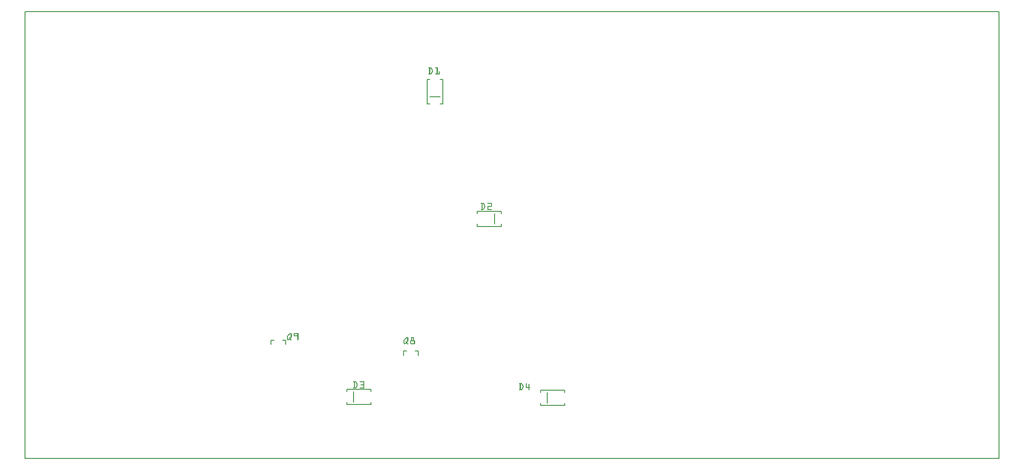
<source format=gbo>
G04 MADE WITH FRITZING*
G04 WWW.FRITZING.ORG*
G04 DOUBLE SIDED*
G04 HOLES PLATED*
G04 CONTOUR ON CENTER OF CONTOUR VECTOR*
%ASAXBY*%
%FSLAX23Y23*%
%MOIN*%
%OFA0B0*%
%SFA1.0B1.0*%
%ADD10R,7.283470X3.346460X7.267470X3.330460*%
%ADD11C,0.008000*%
%ADD12R,0.001000X0.001000*%
%LNSILK0*%
G90*
G70*
G54D11*
X4Y3342D02*
X7279Y3342D01*
X7279Y4D01*
X4Y4D01*
X4Y3342D01*
D02*
X4034Y495D02*
X4034Y512D01*
D02*
X4034Y512D02*
X3853Y512D01*
D02*
X3853Y512D02*
X3853Y495D01*
D02*
X3853Y416D02*
X3853Y398D01*
D02*
X3853Y398D02*
X4034Y398D01*
D02*
X4034Y398D02*
X4034Y416D01*
D02*
X3905Y495D02*
X3905Y416D01*
D02*
X3027Y2835D02*
X3009Y2835D01*
D02*
X3009Y2835D02*
X3009Y2654D01*
D02*
X3009Y2654D02*
X3027Y2654D01*
D02*
X3105Y2654D02*
X3123Y2654D01*
D02*
X3123Y2654D02*
X3123Y2835D01*
D02*
X3123Y2835D02*
X3105Y2835D01*
D02*
X3027Y2705D02*
X3105Y2705D01*
D02*
X3381Y1755D02*
X3381Y1737D01*
D02*
X3381Y1737D02*
X3562Y1737D01*
D02*
X3562Y1737D02*
X3562Y1755D01*
D02*
X3562Y1833D02*
X3562Y1851D01*
D02*
X3562Y1851D02*
X3381Y1851D01*
D02*
X3381Y1851D02*
X3381Y1833D01*
D02*
X3511Y1755D02*
X3511Y1833D01*
D02*
X2588Y503D02*
X2588Y520D01*
D02*
X2588Y520D02*
X2407Y520D01*
D02*
X2407Y520D02*
X2407Y503D01*
D02*
X2407Y424D02*
X2407Y406D01*
D02*
X2407Y406D02*
X2588Y406D01*
D02*
X2588Y406D02*
X2588Y424D01*
D02*
X2458Y503D02*
X2458Y424D01*
D02*
X2917Y805D02*
X2941Y805D01*
D02*
X2941Y805D02*
X2941Y773D01*
D02*
X2854Y805D02*
X2830Y805D01*
D02*
X2830Y805D02*
X2830Y773D01*
D02*
X1928Y887D02*
X1952Y887D01*
D02*
X1952Y887D02*
X1952Y855D01*
D02*
X1865Y887D02*
X1842Y887D01*
D02*
X1842Y887D02*
X1842Y855D01*
G54D12*
X3019Y2926D02*
X3035Y2926D01*
X3069Y2926D02*
X3086Y2926D01*
X3017Y2925D02*
X3037Y2925D01*
X3067Y2925D02*
X3086Y2925D01*
X3017Y2924D02*
X3038Y2924D01*
X3067Y2924D02*
X3086Y2924D01*
X3017Y2923D02*
X3040Y2923D01*
X3067Y2923D02*
X3086Y2923D01*
X3017Y2922D02*
X3040Y2922D01*
X3067Y2922D02*
X3086Y2922D01*
X3017Y2921D02*
X3041Y2921D01*
X3067Y2921D02*
X3086Y2921D01*
X3018Y2920D02*
X3042Y2920D01*
X3068Y2920D02*
X3086Y2920D01*
X3023Y2919D02*
X3030Y2919D01*
X3035Y2919D02*
X3042Y2919D01*
X3080Y2919D02*
X3086Y2919D01*
X3023Y2918D02*
X3030Y2918D01*
X3036Y2918D02*
X3043Y2918D01*
X3080Y2918D02*
X3086Y2918D01*
X3023Y2917D02*
X3030Y2917D01*
X3036Y2917D02*
X3043Y2917D01*
X3080Y2917D02*
X3086Y2917D01*
X3023Y2916D02*
X3030Y2916D01*
X3037Y2916D02*
X3044Y2916D01*
X3080Y2916D02*
X3086Y2916D01*
X3023Y2915D02*
X3030Y2915D01*
X3037Y2915D02*
X3044Y2915D01*
X3080Y2915D02*
X3086Y2915D01*
X3023Y2914D02*
X3030Y2914D01*
X3038Y2914D02*
X3045Y2914D01*
X3080Y2914D02*
X3086Y2914D01*
X3023Y2913D02*
X3030Y2913D01*
X3038Y2913D02*
X3045Y2913D01*
X3080Y2913D02*
X3086Y2913D01*
X3023Y2912D02*
X3030Y2912D01*
X3039Y2912D02*
X3046Y2912D01*
X3080Y2912D02*
X3086Y2912D01*
X3023Y2911D02*
X3030Y2911D01*
X3039Y2911D02*
X3046Y2911D01*
X3080Y2911D02*
X3086Y2911D01*
X3023Y2910D02*
X3030Y2910D01*
X3040Y2910D02*
X3047Y2910D01*
X3080Y2910D02*
X3086Y2910D01*
X3023Y2909D02*
X3030Y2909D01*
X3040Y2909D02*
X3047Y2909D01*
X3080Y2909D02*
X3086Y2909D01*
X3023Y2908D02*
X3030Y2908D01*
X3041Y2908D02*
X3048Y2908D01*
X3080Y2908D02*
X3086Y2908D01*
X3023Y2907D02*
X3030Y2907D01*
X3041Y2907D02*
X3048Y2907D01*
X3080Y2907D02*
X3086Y2907D01*
X3023Y2906D02*
X3030Y2906D01*
X3042Y2906D02*
X3049Y2906D01*
X3080Y2906D02*
X3086Y2906D01*
X3023Y2905D02*
X3030Y2905D01*
X3042Y2905D02*
X3049Y2905D01*
X3080Y2905D02*
X3086Y2905D01*
X3023Y2904D02*
X3030Y2904D01*
X3043Y2904D02*
X3049Y2904D01*
X3080Y2904D02*
X3086Y2904D01*
X3023Y2903D02*
X3030Y2903D01*
X3043Y2903D02*
X3050Y2903D01*
X3080Y2903D02*
X3086Y2903D01*
X3023Y2902D02*
X3030Y2902D01*
X3044Y2902D02*
X3050Y2902D01*
X3080Y2902D02*
X3086Y2902D01*
X3023Y2901D02*
X3030Y2901D01*
X3044Y2901D02*
X3050Y2901D01*
X3080Y2901D02*
X3086Y2901D01*
X3023Y2900D02*
X3030Y2900D01*
X3044Y2900D02*
X3050Y2900D01*
X3080Y2900D02*
X3086Y2900D01*
X3023Y2899D02*
X3030Y2899D01*
X3044Y2899D02*
X3050Y2899D01*
X3080Y2899D02*
X3086Y2899D01*
X3023Y2898D02*
X3030Y2898D01*
X3044Y2898D02*
X3050Y2898D01*
X3080Y2898D02*
X3086Y2898D01*
X3023Y2897D02*
X3030Y2897D01*
X3044Y2897D02*
X3050Y2897D01*
X3080Y2897D02*
X3086Y2897D01*
X3023Y2896D02*
X3030Y2896D01*
X3043Y2896D02*
X3050Y2896D01*
X3080Y2896D02*
X3086Y2896D01*
X3095Y2896D02*
X3099Y2896D01*
X3023Y2895D02*
X3030Y2895D01*
X3043Y2895D02*
X3050Y2895D01*
X3080Y2895D02*
X3086Y2895D01*
X3095Y2895D02*
X3100Y2895D01*
X3023Y2894D02*
X3030Y2894D01*
X3043Y2894D02*
X3049Y2894D01*
X3080Y2894D02*
X3086Y2894D01*
X3094Y2894D02*
X3100Y2894D01*
X3023Y2893D02*
X3030Y2893D01*
X3042Y2893D02*
X3049Y2893D01*
X3080Y2893D02*
X3086Y2893D01*
X3094Y2893D02*
X3100Y2893D01*
X3023Y2892D02*
X3030Y2892D01*
X3042Y2892D02*
X3048Y2892D01*
X3080Y2892D02*
X3086Y2892D01*
X3094Y2892D02*
X3100Y2892D01*
X3023Y2891D02*
X3030Y2891D01*
X3041Y2891D02*
X3048Y2891D01*
X3080Y2891D02*
X3086Y2891D01*
X3094Y2891D02*
X3100Y2891D01*
X3023Y2890D02*
X3030Y2890D01*
X3041Y2890D02*
X3047Y2890D01*
X3080Y2890D02*
X3086Y2890D01*
X3094Y2890D02*
X3100Y2890D01*
X3023Y2889D02*
X3030Y2889D01*
X3040Y2889D02*
X3047Y2889D01*
X3080Y2889D02*
X3086Y2889D01*
X3094Y2889D02*
X3100Y2889D01*
X3023Y2888D02*
X3030Y2888D01*
X3040Y2888D02*
X3046Y2888D01*
X3080Y2888D02*
X3086Y2888D01*
X3094Y2888D02*
X3100Y2888D01*
X3023Y2887D02*
X3030Y2887D01*
X3039Y2887D02*
X3046Y2887D01*
X3080Y2887D02*
X3086Y2887D01*
X3094Y2887D02*
X3100Y2887D01*
X3023Y2886D02*
X3030Y2886D01*
X3039Y2886D02*
X3045Y2886D01*
X3080Y2886D02*
X3086Y2886D01*
X3094Y2886D02*
X3100Y2886D01*
X3023Y2885D02*
X3030Y2885D01*
X3038Y2885D02*
X3045Y2885D01*
X3080Y2885D02*
X3086Y2885D01*
X3094Y2885D02*
X3100Y2885D01*
X3023Y2884D02*
X3030Y2884D01*
X3037Y2884D02*
X3044Y2884D01*
X3080Y2884D02*
X3086Y2884D01*
X3094Y2884D02*
X3100Y2884D01*
X3023Y2883D02*
X3030Y2883D01*
X3037Y2883D02*
X3044Y2883D01*
X3080Y2883D02*
X3086Y2883D01*
X3094Y2883D02*
X3100Y2883D01*
X3023Y2882D02*
X3030Y2882D01*
X3036Y2882D02*
X3043Y2882D01*
X3080Y2882D02*
X3086Y2882D01*
X3094Y2882D02*
X3100Y2882D01*
X3023Y2881D02*
X3030Y2881D01*
X3036Y2881D02*
X3043Y2881D01*
X3080Y2881D02*
X3086Y2881D01*
X3094Y2881D02*
X3100Y2881D01*
X3023Y2880D02*
X3030Y2880D01*
X3035Y2880D02*
X3042Y2880D01*
X3080Y2880D02*
X3086Y2880D01*
X3094Y2880D02*
X3100Y2880D01*
X3019Y2879D02*
X3042Y2879D01*
X3069Y2879D02*
X3100Y2879D01*
X3018Y2878D02*
X3041Y2878D01*
X3068Y2878D02*
X3100Y2878D01*
X3017Y2877D02*
X3041Y2877D01*
X3067Y2877D02*
X3100Y2877D01*
X3017Y2876D02*
X3040Y2876D01*
X3067Y2876D02*
X3100Y2876D01*
X3017Y2875D02*
X3039Y2875D01*
X3067Y2875D02*
X3100Y2875D01*
X3017Y2874D02*
X3038Y2874D01*
X3067Y2874D02*
X3100Y2874D01*
X3018Y2873D02*
X3036Y2873D01*
X3068Y2873D02*
X3099Y2873D01*
X3411Y1914D02*
X3425Y1914D01*
X3461Y1914D02*
X3485Y1914D01*
X3409Y1913D02*
X3428Y1913D01*
X3459Y1913D02*
X3488Y1913D01*
X3408Y1912D02*
X3429Y1912D01*
X3458Y1912D02*
X3489Y1912D01*
X3408Y1911D02*
X3431Y1911D01*
X3458Y1911D02*
X3490Y1911D01*
X3408Y1910D02*
X3432Y1910D01*
X3458Y1910D02*
X3491Y1910D01*
X3408Y1909D02*
X3432Y1909D01*
X3458Y1909D02*
X3491Y1909D01*
X3409Y1908D02*
X3433Y1908D01*
X3459Y1908D02*
X3491Y1908D01*
X3414Y1907D02*
X3421Y1907D01*
X3425Y1907D02*
X3433Y1907D01*
X3485Y1907D02*
X3492Y1907D01*
X3415Y1906D02*
X3421Y1906D01*
X3427Y1906D02*
X3434Y1906D01*
X3486Y1906D02*
X3492Y1906D01*
X3415Y1905D02*
X3421Y1905D01*
X3427Y1905D02*
X3434Y1905D01*
X3486Y1905D02*
X3492Y1905D01*
X3415Y1904D02*
X3421Y1904D01*
X3428Y1904D02*
X3435Y1904D01*
X3486Y1904D02*
X3492Y1904D01*
X3415Y1903D02*
X3421Y1903D01*
X3429Y1903D02*
X3435Y1903D01*
X3486Y1903D02*
X3492Y1903D01*
X3415Y1902D02*
X3421Y1902D01*
X3429Y1902D02*
X3436Y1902D01*
X3486Y1902D02*
X3492Y1902D01*
X3415Y1901D02*
X3421Y1901D01*
X3430Y1901D02*
X3436Y1901D01*
X3486Y1901D02*
X3492Y1901D01*
X3415Y1900D02*
X3421Y1900D01*
X3430Y1900D02*
X3437Y1900D01*
X3486Y1900D02*
X3492Y1900D01*
X3415Y1899D02*
X3421Y1899D01*
X3431Y1899D02*
X3437Y1899D01*
X3486Y1899D02*
X3492Y1899D01*
X3415Y1898D02*
X3421Y1898D01*
X3431Y1898D02*
X3438Y1898D01*
X3486Y1898D02*
X3492Y1898D01*
X3415Y1897D02*
X3421Y1897D01*
X3432Y1897D02*
X3438Y1897D01*
X3486Y1897D02*
X3492Y1897D01*
X3415Y1896D02*
X3421Y1896D01*
X3432Y1896D02*
X3439Y1896D01*
X3486Y1896D02*
X3492Y1896D01*
X3415Y1895D02*
X3421Y1895D01*
X3433Y1895D02*
X3439Y1895D01*
X3486Y1895D02*
X3492Y1895D01*
X3415Y1894D02*
X3421Y1894D01*
X3433Y1894D02*
X3440Y1894D01*
X3486Y1894D02*
X3492Y1894D01*
X3415Y1893D02*
X3421Y1893D01*
X3434Y1893D02*
X3440Y1893D01*
X3486Y1893D02*
X3492Y1893D01*
X3415Y1892D02*
X3421Y1892D01*
X3434Y1892D02*
X3441Y1892D01*
X3486Y1892D02*
X3492Y1892D01*
X3415Y1891D02*
X3421Y1891D01*
X3435Y1891D02*
X3441Y1891D01*
X3486Y1891D02*
X3492Y1891D01*
X3415Y1890D02*
X3421Y1890D01*
X3435Y1890D02*
X3441Y1890D01*
X3462Y1890D02*
X3492Y1890D01*
X3415Y1889D02*
X3421Y1889D01*
X3435Y1889D02*
X3441Y1889D01*
X3461Y1889D02*
X3491Y1889D01*
X3415Y1888D02*
X3421Y1888D01*
X3435Y1888D02*
X3442Y1888D01*
X3460Y1888D02*
X3491Y1888D01*
X3415Y1887D02*
X3421Y1887D01*
X3436Y1887D02*
X3442Y1887D01*
X3459Y1887D02*
X3491Y1887D01*
X3415Y1886D02*
X3421Y1886D01*
X3435Y1886D02*
X3442Y1886D01*
X3458Y1886D02*
X3490Y1886D01*
X3415Y1885D02*
X3421Y1885D01*
X3435Y1885D02*
X3441Y1885D01*
X3458Y1885D02*
X3489Y1885D01*
X3415Y1884D02*
X3421Y1884D01*
X3435Y1884D02*
X3441Y1884D01*
X3458Y1884D02*
X3487Y1884D01*
X3415Y1883D02*
X3421Y1883D01*
X3435Y1883D02*
X3441Y1883D01*
X3458Y1883D02*
X3464Y1883D01*
X3415Y1882D02*
X3421Y1882D01*
X3434Y1882D02*
X3441Y1882D01*
X3458Y1882D02*
X3464Y1882D01*
X3415Y1881D02*
X3421Y1881D01*
X3434Y1881D02*
X3440Y1881D01*
X3458Y1881D02*
X3464Y1881D01*
X3415Y1880D02*
X3421Y1880D01*
X3433Y1880D02*
X3440Y1880D01*
X3458Y1880D02*
X3464Y1880D01*
X3415Y1879D02*
X3421Y1879D01*
X3433Y1879D02*
X3439Y1879D01*
X3458Y1879D02*
X3464Y1879D01*
X3415Y1878D02*
X3421Y1878D01*
X3432Y1878D02*
X3439Y1878D01*
X3458Y1878D02*
X3464Y1878D01*
X3415Y1877D02*
X3421Y1877D01*
X3432Y1877D02*
X3438Y1877D01*
X3458Y1877D02*
X3464Y1877D01*
X3415Y1876D02*
X3421Y1876D01*
X3431Y1876D02*
X3438Y1876D01*
X3458Y1876D02*
X3464Y1876D01*
X3415Y1875D02*
X3421Y1875D01*
X3431Y1875D02*
X3437Y1875D01*
X3458Y1875D02*
X3464Y1875D01*
X3415Y1874D02*
X3421Y1874D01*
X3430Y1874D02*
X3437Y1874D01*
X3458Y1874D02*
X3464Y1874D01*
X3415Y1873D02*
X3421Y1873D01*
X3430Y1873D02*
X3436Y1873D01*
X3458Y1873D02*
X3464Y1873D01*
X3415Y1872D02*
X3421Y1872D01*
X3429Y1872D02*
X3436Y1872D01*
X3458Y1872D02*
X3464Y1872D01*
X3415Y1871D02*
X3421Y1871D01*
X3428Y1871D02*
X3435Y1871D01*
X3458Y1871D02*
X3464Y1871D01*
X3415Y1870D02*
X3421Y1870D01*
X3428Y1870D02*
X3435Y1870D01*
X3458Y1870D02*
X3464Y1870D01*
X3415Y1869D02*
X3421Y1869D01*
X3427Y1869D02*
X3434Y1869D01*
X3458Y1869D02*
X3464Y1869D01*
X3415Y1868D02*
X3421Y1868D01*
X3427Y1868D02*
X3434Y1868D01*
X3458Y1868D02*
X3464Y1868D01*
X3414Y1867D02*
X3421Y1867D01*
X3425Y1867D02*
X3433Y1867D01*
X3458Y1867D02*
X3464Y1867D01*
X3409Y1866D02*
X3433Y1866D01*
X3458Y1866D02*
X3490Y1866D01*
X3408Y1865D02*
X3432Y1865D01*
X3458Y1865D02*
X3491Y1865D01*
X3408Y1864D02*
X3432Y1864D01*
X3458Y1864D02*
X3491Y1864D01*
X3408Y1863D02*
X3431Y1863D01*
X3458Y1863D02*
X3491Y1863D01*
X3408Y1862D02*
X3430Y1862D01*
X3458Y1862D02*
X3491Y1862D01*
X3409Y1861D02*
X3428Y1861D01*
X3458Y1861D02*
X3490Y1861D01*
X3411Y1860D02*
X3424Y1860D01*
X3458Y1860D02*
X3488Y1860D01*
X1985Y940D02*
X1990Y940D01*
X2014Y940D02*
X2044Y940D01*
X1984Y939D02*
X1992Y939D01*
X2013Y939D02*
X2045Y939D01*
X1982Y938D02*
X1993Y938D01*
X2012Y938D02*
X2046Y938D01*
X1981Y937D02*
X1994Y937D01*
X2012Y937D02*
X2046Y937D01*
X1980Y936D02*
X1995Y936D01*
X2012Y936D02*
X2046Y936D01*
X1979Y935D02*
X1995Y935D01*
X2012Y935D02*
X2046Y935D01*
X1978Y934D02*
X1996Y934D01*
X2012Y934D02*
X2046Y934D01*
X1976Y933D02*
X1986Y933D01*
X1989Y933D02*
X1996Y933D01*
X2012Y933D02*
X2018Y933D01*
X2040Y933D02*
X2046Y933D01*
X1975Y932D02*
X1985Y932D01*
X1990Y932D02*
X1996Y932D01*
X2012Y932D02*
X2018Y932D01*
X2040Y932D02*
X2046Y932D01*
X1974Y931D02*
X1984Y931D01*
X1990Y931D02*
X1996Y931D01*
X2012Y931D02*
X2018Y931D01*
X2040Y931D02*
X2046Y931D01*
X1973Y930D02*
X1983Y930D01*
X1990Y930D02*
X1996Y930D01*
X2012Y930D02*
X2018Y930D01*
X2040Y930D02*
X2046Y930D01*
X1972Y929D02*
X1982Y929D01*
X1990Y929D02*
X1996Y929D01*
X2012Y929D02*
X2018Y929D01*
X2040Y929D02*
X2046Y929D01*
X1970Y928D02*
X1980Y928D01*
X1990Y928D02*
X1996Y928D01*
X2012Y928D02*
X2018Y928D01*
X2040Y928D02*
X2046Y928D01*
X1969Y927D02*
X1979Y927D01*
X1990Y927D02*
X1996Y927D01*
X2012Y927D02*
X2018Y927D01*
X2040Y927D02*
X2046Y927D01*
X1968Y926D02*
X1978Y926D01*
X1990Y926D02*
X1996Y926D01*
X2012Y926D02*
X2018Y926D01*
X2040Y926D02*
X2046Y926D01*
X1967Y925D02*
X1977Y925D01*
X1990Y925D02*
X1996Y925D01*
X2012Y925D02*
X2018Y925D01*
X2040Y925D02*
X2046Y925D01*
X1966Y924D02*
X1976Y924D01*
X1990Y924D02*
X1996Y924D01*
X2012Y924D02*
X2018Y924D01*
X2040Y924D02*
X2046Y924D01*
X1965Y923D02*
X1974Y923D01*
X1990Y923D02*
X1996Y923D01*
X2012Y923D02*
X2018Y923D01*
X2040Y923D02*
X2046Y923D01*
X1964Y922D02*
X1973Y922D01*
X1990Y922D02*
X1996Y922D01*
X2012Y922D02*
X2046Y922D01*
X1964Y921D02*
X1972Y921D01*
X1990Y921D02*
X1996Y921D01*
X2012Y921D02*
X2046Y921D01*
X1963Y920D02*
X1971Y920D01*
X1990Y920D02*
X1996Y920D01*
X2012Y920D02*
X2046Y920D01*
X1963Y919D02*
X1970Y919D01*
X1990Y919D02*
X1996Y919D01*
X2012Y919D02*
X2046Y919D01*
X1963Y918D02*
X1969Y918D01*
X1990Y918D02*
X1996Y918D01*
X2013Y918D02*
X2046Y918D01*
X1963Y917D02*
X1969Y917D01*
X1990Y917D02*
X1996Y917D01*
X2013Y917D02*
X2046Y917D01*
X1962Y916D02*
X1968Y916D01*
X1990Y916D02*
X1996Y916D01*
X2015Y916D02*
X2046Y916D01*
X1962Y915D02*
X1968Y915D01*
X1990Y915D02*
X1996Y915D01*
X2040Y915D02*
X2046Y915D01*
X1962Y914D02*
X1968Y914D01*
X1990Y914D02*
X1996Y914D01*
X2040Y914D02*
X2046Y914D01*
X1962Y913D02*
X1968Y913D01*
X1990Y913D02*
X1996Y913D01*
X2040Y913D02*
X2046Y913D01*
X1962Y912D02*
X1968Y912D01*
X1990Y912D02*
X1996Y912D01*
X2040Y912D02*
X2046Y912D01*
X1962Y911D02*
X1968Y911D01*
X1990Y911D02*
X1996Y911D01*
X2040Y911D02*
X2046Y911D01*
X1962Y910D02*
X1968Y910D01*
X1977Y910D02*
X1981Y910D01*
X1989Y910D02*
X1996Y910D01*
X2040Y910D02*
X2046Y910D01*
X2855Y910D02*
X2861Y910D01*
X2891Y910D02*
X2908Y910D01*
X1962Y909D02*
X1968Y909D01*
X1976Y909D02*
X1982Y909D01*
X1989Y909D02*
X1995Y909D01*
X2040Y909D02*
X2046Y909D01*
X2854Y909D02*
X2862Y909D01*
X2890Y909D02*
X2909Y909D01*
X1962Y908D02*
X1968Y908D01*
X1976Y908D02*
X1982Y908D01*
X1988Y908D02*
X1995Y908D01*
X2040Y908D02*
X2046Y908D01*
X2852Y908D02*
X2864Y908D01*
X2890Y908D02*
X2909Y908D01*
X1962Y907D02*
X1968Y907D01*
X1976Y907D02*
X1983Y907D01*
X1987Y907D02*
X1995Y907D01*
X2040Y907D02*
X2046Y907D01*
X2851Y907D02*
X2864Y907D01*
X2890Y907D02*
X2909Y907D01*
X1962Y906D02*
X1968Y906D01*
X1976Y906D02*
X1983Y906D01*
X1986Y906D02*
X1994Y906D01*
X2040Y906D02*
X2046Y906D01*
X2850Y906D02*
X2865Y906D01*
X2890Y906D02*
X2909Y906D01*
X1962Y905D02*
X1968Y905D01*
X1977Y905D02*
X1983Y905D01*
X1985Y905D02*
X1994Y905D01*
X2040Y905D02*
X2046Y905D01*
X2849Y905D02*
X2866Y905D01*
X2890Y905D02*
X2909Y905D01*
X1962Y904D02*
X1968Y904D01*
X1977Y904D02*
X1993Y904D01*
X2040Y904D02*
X2046Y904D01*
X2848Y904D02*
X2866Y904D01*
X2890Y904D02*
X2909Y904D01*
X1962Y903D02*
X1968Y903D01*
X1978Y903D02*
X1992Y903D01*
X2040Y903D02*
X2046Y903D01*
X2847Y903D02*
X2856Y903D01*
X2860Y903D02*
X2866Y903D01*
X2890Y903D02*
X2895Y903D01*
X2903Y903D02*
X2909Y903D01*
X1962Y902D02*
X1968Y902D01*
X1978Y902D02*
X1991Y902D01*
X2040Y902D02*
X2046Y902D01*
X2845Y902D02*
X2855Y902D01*
X2860Y902D02*
X2866Y902D01*
X2890Y902D02*
X2895Y902D01*
X2903Y902D02*
X2909Y902D01*
X1962Y901D02*
X1968Y901D01*
X1978Y901D02*
X1990Y901D01*
X2040Y901D02*
X2046Y901D01*
X2844Y901D02*
X2854Y901D01*
X2860Y901D02*
X2866Y901D01*
X2890Y901D02*
X2895Y901D01*
X2903Y901D02*
X2909Y901D01*
X1962Y900D02*
X1968Y900D01*
X1979Y900D02*
X1989Y900D01*
X2040Y900D02*
X2046Y900D01*
X2843Y900D02*
X2853Y900D01*
X2860Y900D02*
X2866Y900D01*
X2890Y900D02*
X2895Y900D01*
X2903Y900D02*
X2909Y900D01*
X1962Y899D02*
X1968Y899D01*
X1978Y899D02*
X1988Y899D01*
X2040Y899D02*
X2046Y899D01*
X2842Y899D02*
X2852Y899D01*
X2860Y899D02*
X2866Y899D01*
X2890Y899D02*
X2895Y899D01*
X2903Y899D02*
X2909Y899D01*
X1962Y898D02*
X1968Y898D01*
X1977Y898D02*
X1987Y898D01*
X2040Y898D02*
X2046Y898D01*
X2841Y898D02*
X2851Y898D01*
X2860Y898D02*
X2866Y898D01*
X2890Y898D02*
X2895Y898D01*
X2903Y898D02*
X2909Y898D01*
X1962Y897D02*
X1968Y897D01*
X1976Y897D02*
X1986Y897D01*
X2040Y897D02*
X2046Y897D01*
X2839Y897D02*
X2849Y897D01*
X2860Y897D02*
X2866Y897D01*
X2890Y897D02*
X2895Y897D01*
X2903Y897D02*
X2909Y897D01*
X1962Y896D02*
X1968Y896D01*
X1974Y896D02*
X1987Y896D01*
X2040Y896D02*
X2046Y896D01*
X2838Y896D02*
X2848Y896D01*
X2860Y896D02*
X2866Y896D01*
X2890Y896D02*
X2895Y896D01*
X2903Y896D02*
X2909Y896D01*
X1962Y895D02*
X1968Y895D01*
X1973Y895D02*
X1987Y895D01*
X2040Y895D02*
X2046Y895D01*
X2837Y895D02*
X2847Y895D01*
X2860Y895D02*
X2866Y895D01*
X2890Y895D02*
X2895Y895D01*
X2903Y895D02*
X2909Y895D01*
X1962Y894D02*
X1969Y894D01*
X1972Y894D02*
X1988Y894D01*
X2040Y894D02*
X2046Y894D01*
X2836Y894D02*
X2846Y894D01*
X2860Y894D02*
X2866Y894D01*
X2890Y894D02*
X2895Y894D01*
X2903Y894D02*
X2909Y894D01*
X1962Y893D02*
X1994Y893D01*
X2038Y893D02*
X2046Y893D01*
X2835Y893D02*
X2845Y893D01*
X2860Y893D02*
X2866Y893D01*
X2890Y893D02*
X2895Y893D01*
X2903Y893D02*
X2909Y893D01*
X1963Y892D02*
X1979Y892D01*
X1982Y892D02*
X1995Y892D01*
X2037Y892D02*
X2046Y892D01*
X2835Y892D02*
X2843Y892D01*
X2860Y892D02*
X2866Y892D01*
X2890Y892D02*
X2895Y892D01*
X2903Y892D02*
X2909Y892D01*
X1963Y891D02*
X1978Y891D01*
X1982Y891D02*
X1996Y891D01*
X2037Y891D02*
X2046Y891D01*
X2834Y891D02*
X2842Y891D01*
X2860Y891D02*
X2866Y891D01*
X2890Y891D02*
X2895Y891D01*
X2903Y891D02*
X2909Y891D01*
X1964Y890D02*
X1977Y890D01*
X1983Y890D02*
X1996Y890D01*
X2036Y890D02*
X2046Y890D01*
X2834Y890D02*
X2841Y890D01*
X2860Y890D02*
X2866Y890D01*
X2890Y890D02*
X2895Y890D01*
X2903Y890D02*
X2909Y890D01*
X1965Y889D02*
X1976Y889D01*
X1983Y889D02*
X1996Y889D01*
X2037Y889D02*
X2046Y889D01*
X2833Y889D02*
X2840Y889D01*
X2860Y889D02*
X2866Y889D01*
X2890Y889D02*
X2895Y889D01*
X2903Y889D02*
X2909Y889D01*
X1966Y888D02*
X1975Y888D01*
X1983Y888D02*
X1995Y888D01*
X2037Y888D02*
X2045Y888D01*
X2833Y888D02*
X2839Y888D01*
X2860Y888D02*
X2866Y888D01*
X2890Y888D02*
X2895Y888D01*
X2903Y888D02*
X2909Y888D01*
X1967Y887D02*
X1973Y887D01*
X1984Y887D02*
X1994Y887D01*
X2038Y887D02*
X2044Y887D01*
X2833Y887D02*
X2839Y887D01*
X2860Y887D02*
X2866Y887D01*
X2889Y887D02*
X2910Y887D01*
X2833Y886D02*
X2839Y886D01*
X2860Y886D02*
X2866Y886D01*
X2886Y886D02*
X2913Y886D01*
X2833Y885D02*
X2839Y885D01*
X2860Y885D02*
X2866Y885D01*
X2885Y885D02*
X2914Y885D01*
X2833Y884D02*
X2839Y884D01*
X2860Y884D02*
X2866Y884D01*
X2884Y884D02*
X2915Y884D01*
X2833Y883D02*
X2839Y883D01*
X2860Y883D02*
X2866Y883D01*
X2883Y883D02*
X2915Y883D01*
X2833Y882D02*
X2839Y882D01*
X2860Y882D02*
X2866Y882D01*
X2883Y882D02*
X2916Y882D01*
X2833Y881D02*
X2839Y881D01*
X2849Y881D02*
X2849Y881D01*
X2860Y881D02*
X2866Y881D01*
X2883Y881D02*
X2916Y881D01*
X2833Y880D02*
X2839Y880D01*
X2847Y880D02*
X2851Y880D01*
X2860Y880D02*
X2866Y880D01*
X2883Y880D02*
X2889Y880D01*
X2910Y880D02*
X2916Y880D01*
X2833Y879D02*
X2839Y879D01*
X2847Y879D02*
X2852Y879D01*
X2859Y879D02*
X2866Y879D01*
X2883Y879D02*
X2889Y879D01*
X2910Y879D02*
X2916Y879D01*
X2833Y878D02*
X2839Y878D01*
X2846Y878D02*
X2852Y878D01*
X2858Y878D02*
X2865Y878D01*
X2883Y878D02*
X2889Y878D01*
X2910Y878D02*
X2916Y878D01*
X2833Y877D02*
X2839Y877D01*
X2846Y877D02*
X2853Y877D01*
X2858Y877D02*
X2865Y877D01*
X2883Y877D02*
X2889Y877D01*
X2910Y877D02*
X2916Y877D01*
X2833Y876D02*
X2839Y876D01*
X2847Y876D02*
X2853Y876D01*
X2856Y876D02*
X2865Y876D01*
X2883Y876D02*
X2889Y876D01*
X2910Y876D02*
X2916Y876D01*
X2833Y875D02*
X2839Y875D01*
X2847Y875D02*
X2864Y875D01*
X2883Y875D02*
X2889Y875D01*
X2910Y875D02*
X2916Y875D01*
X2833Y874D02*
X2839Y874D01*
X2847Y874D02*
X2863Y874D01*
X2883Y874D02*
X2889Y874D01*
X2910Y874D02*
X2916Y874D01*
X2833Y873D02*
X2839Y873D01*
X2848Y873D02*
X2862Y873D01*
X2883Y873D02*
X2889Y873D01*
X2910Y873D02*
X2916Y873D01*
X2833Y872D02*
X2839Y872D01*
X2848Y872D02*
X2861Y872D01*
X2883Y872D02*
X2889Y872D01*
X2910Y872D02*
X2916Y872D01*
X2833Y871D02*
X2839Y871D01*
X2849Y871D02*
X2860Y871D01*
X2883Y871D02*
X2889Y871D01*
X2910Y871D02*
X2916Y871D01*
X2833Y870D02*
X2839Y870D01*
X2849Y870D02*
X2859Y870D01*
X2883Y870D02*
X2889Y870D01*
X2910Y870D02*
X2916Y870D01*
X2833Y869D02*
X2839Y869D01*
X2848Y869D02*
X2858Y869D01*
X2883Y869D02*
X2889Y869D01*
X2910Y869D02*
X2916Y869D01*
X2833Y868D02*
X2839Y868D01*
X2847Y868D02*
X2857Y868D01*
X2883Y868D02*
X2889Y868D01*
X2910Y868D02*
X2916Y868D01*
X2833Y867D02*
X2839Y867D01*
X2846Y867D02*
X2857Y867D01*
X2883Y867D02*
X2889Y867D01*
X2910Y867D02*
X2916Y867D01*
X2833Y866D02*
X2839Y866D01*
X2845Y866D02*
X2857Y866D01*
X2883Y866D02*
X2889Y866D01*
X2910Y866D02*
X2916Y866D01*
X2833Y865D02*
X2839Y865D01*
X2843Y865D02*
X2857Y865D01*
X2883Y865D02*
X2889Y865D01*
X2910Y865D02*
X2916Y865D01*
X2833Y864D02*
X2839Y864D01*
X2842Y864D02*
X2858Y864D01*
X2883Y864D02*
X2889Y864D01*
X2910Y864D02*
X2916Y864D01*
X2833Y863D02*
X2864Y863D01*
X2883Y863D02*
X2916Y863D01*
X2833Y862D02*
X2850Y862D01*
X2852Y862D02*
X2865Y862D01*
X2883Y862D02*
X2916Y862D01*
X2834Y861D02*
X2848Y861D01*
X2853Y861D02*
X2866Y861D01*
X2883Y861D02*
X2916Y861D01*
X2834Y860D02*
X2847Y860D01*
X2853Y860D02*
X2866Y860D01*
X2884Y860D02*
X2915Y860D01*
X2835Y859D02*
X2846Y859D01*
X2853Y859D02*
X2866Y859D01*
X2884Y859D02*
X2914Y859D01*
X2836Y858D02*
X2845Y858D01*
X2854Y858D02*
X2866Y858D01*
X2885Y858D02*
X2913Y858D01*
X2838Y857D02*
X2843Y857D01*
X2854Y857D02*
X2864Y857D01*
X2887Y857D02*
X2912Y857D01*
X2457Y579D02*
X2474Y579D01*
X2507Y579D02*
X2535Y579D01*
X2456Y578D02*
X2476Y578D01*
X2506Y578D02*
X2536Y578D01*
X2455Y577D02*
X2477Y577D01*
X2505Y577D02*
X2537Y577D01*
X2455Y576D02*
X2479Y576D01*
X2505Y576D02*
X2538Y576D01*
X2456Y575D02*
X2479Y575D01*
X2506Y575D02*
X2538Y575D01*
X2456Y574D02*
X2480Y574D01*
X2506Y574D02*
X2539Y574D01*
X2457Y573D02*
X2480Y573D01*
X2507Y573D02*
X2539Y573D01*
X2462Y572D02*
X2468Y572D01*
X2474Y572D02*
X2481Y572D01*
X2533Y572D02*
X2539Y572D01*
X2462Y571D02*
X2468Y571D01*
X2475Y571D02*
X2481Y571D01*
X2533Y571D02*
X2539Y571D01*
X2462Y570D02*
X2468Y570D01*
X2475Y570D02*
X2482Y570D01*
X2533Y570D02*
X2539Y570D01*
X2462Y569D02*
X2468Y569D01*
X2476Y569D02*
X2482Y569D01*
X2533Y569D02*
X2539Y569D01*
X2462Y568D02*
X2468Y568D01*
X2476Y568D02*
X2483Y568D01*
X2533Y568D02*
X2539Y568D01*
X2462Y567D02*
X2468Y567D01*
X2477Y567D02*
X2483Y567D01*
X2533Y567D02*
X2539Y567D01*
X2462Y566D02*
X2468Y566D01*
X2477Y566D02*
X2484Y566D01*
X2533Y566D02*
X2539Y566D01*
X2462Y565D02*
X2468Y565D01*
X2478Y565D02*
X2484Y565D01*
X2533Y565D02*
X2539Y565D01*
X3695Y565D02*
X3713Y565D01*
X3747Y565D02*
X3750Y565D01*
X2462Y564D02*
X2468Y564D01*
X2478Y564D02*
X2485Y564D01*
X2533Y564D02*
X2539Y564D01*
X3694Y564D02*
X3715Y564D01*
X3746Y564D02*
X3751Y564D01*
X2462Y563D02*
X2468Y563D01*
X2479Y563D02*
X2486Y563D01*
X2533Y563D02*
X2539Y563D01*
X3694Y563D02*
X3716Y563D01*
X3745Y563D02*
X3751Y563D01*
X2462Y562D02*
X2468Y562D01*
X2479Y562D02*
X2486Y562D01*
X2533Y562D02*
X2539Y562D01*
X3694Y562D02*
X3717Y562D01*
X3745Y562D02*
X3751Y562D01*
X2462Y561D02*
X2468Y561D01*
X2480Y561D02*
X2487Y561D01*
X2533Y561D02*
X2539Y561D01*
X3694Y561D02*
X3718Y561D01*
X3745Y561D02*
X3751Y561D01*
X2462Y560D02*
X2468Y560D01*
X2480Y560D02*
X2487Y560D01*
X2533Y560D02*
X2539Y560D01*
X3694Y560D02*
X3718Y560D01*
X3745Y560D02*
X3751Y560D01*
X2462Y559D02*
X2468Y559D01*
X2481Y559D02*
X2487Y559D01*
X2533Y559D02*
X2539Y559D01*
X3696Y559D02*
X3719Y559D01*
X3745Y559D02*
X3751Y559D01*
X3767Y559D02*
X3771Y559D01*
X2462Y558D02*
X2468Y558D01*
X2481Y558D02*
X2488Y558D01*
X2532Y558D02*
X2539Y558D01*
X3700Y558D02*
X3707Y558D01*
X3712Y558D02*
X3719Y558D01*
X3745Y558D02*
X3751Y558D01*
X3766Y558D02*
X3772Y558D01*
X2462Y557D02*
X2468Y557D01*
X2482Y557D02*
X2488Y557D01*
X2532Y557D02*
X2539Y557D01*
X3700Y557D02*
X3707Y557D01*
X3713Y557D02*
X3720Y557D01*
X3745Y557D02*
X3751Y557D01*
X3766Y557D02*
X3772Y557D01*
X2462Y556D02*
X2468Y556D01*
X2482Y556D02*
X2488Y556D01*
X2515Y556D02*
X2538Y556D01*
X3700Y556D02*
X3707Y556D01*
X3713Y556D02*
X3720Y556D01*
X3745Y556D02*
X3751Y556D01*
X3766Y556D02*
X3772Y556D01*
X2462Y555D02*
X2468Y555D01*
X2482Y555D02*
X2489Y555D01*
X2513Y555D02*
X2538Y555D01*
X3700Y555D02*
X3707Y555D01*
X3714Y555D02*
X3721Y555D01*
X3745Y555D02*
X3751Y555D01*
X3766Y555D02*
X3772Y555D01*
X2462Y554D02*
X2468Y554D01*
X2483Y554D02*
X2489Y554D01*
X2513Y554D02*
X2537Y554D01*
X3700Y554D02*
X3707Y554D01*
X3714Y554D02*
X3721Y554D01*
X3745Y554D02*
X3751Y554D01*
X3766Y554D02*
X3772Y554D01*
X2462Y553D02*
X2468Y553D01*
X2483Y553D02*
X2489Y553D01*
X2512Y553D02*
X2536Y553D01*
X3700Y553D02*
X3707Y553D01*
X3715Y553D02*
X3722Y553D01*
X3745Y553D02*
X3751Y553D01*
X3766Y553D02*
X3772Y553D01*
X2462Y552D02*
X2468Y552D01*
X2483Y552D02*
X2489Y552D01*
X2512Y552D02*
X2537Y552D01*
X3700Y552D02*
X3707Y552D01*
X3715Y552D02*
X3722Y552D01*
X3745Y552D02*
X3751Y552D01*
X3766Y552D02*
X3772Y552D01*
X2462Y551D02*
X2468Y551D01*
X2483Y551D02*
X2489Y551D01*
X2513Y551D02*
X2537Y551D01*
X3700Y551D02*
X3707Y551D01*
X3716Y551D02*
X3723Y551D01*
X3745Y551D02*
X3751Y551D01*
X3766Y551D02*
X3772Y551D01*
X2462Y550D02*
X2468Y550D01*
X2482Y550D02*
X2489Y550D01*
X2513Y550D02*
X2538Y550D01*
X3700Y550D02*
X3707Y550D01*
X3716Y550D02*
X3723Y550D01*
X3745Y550D02*
X3751Y550D01*
X3766Y550D02*
X3772Y550D01*
X2462Y549D02*
X2468Y549D01*
X2482Y549D02*
X2488Y549D01*
X2530Y549D02*
X2538Y549D01*
X3700Y549D02*
X3707Y549D01*
X3717Y549D02*
X3724Y549D01*
X3745Y549D02*
X3751Y549D01*
X3766Y549D02*
X3772Y549D01*
X2462Y548D02*
X2468Y548D01*
X2482Y548D02*
X2488Y548D01*
X2532Y548D02*
X2539Y548D01*
X3700Y548D02*
X3707Y548D01*
X3718Y548D02*
X3724Y548D01*
X3745Y548D02*
X3751Y548D01*
X3766Y548D02*
X3772Y548D01*
X2462Y547D02*
X2468Y547D01*
X2481Y547D02*
X2488Y547D01*
X2532Y547D02*
X2539Y547D01*
X3700Y547D02*
X3707Y547D01*
X3718Y547D02*
X3725Y547D01*
X3745Y547D02*
X3751Y547D01*
X3766Y547D02*
X3772Y547D01*
X2462Y546D02*
X2468Y546D01*
X2481Y546D02*
X2487Y546D01*
X2533Y546D02*
X2539Y546D01*
X3700Y546D02*
X3707Y546D01*
X3719Y546D02*
X3725Y546D01*
X3745Y546D02*
X3751Y546D01*
X3766Y546D02*
X3772Y546D01*
X2462Y545D02*
X2468Y545D01*
X2480Y545D02*
X2487Y545D01*
X2533Y545D02*
X2539Y545D01*
X3700Y545D02*
X3707Y545D01*
X3719Y545D02*
X3726Y545D01*
X3745Y545D02*
X3751Y545D01*
X3766Y545D02*
X3772Y545D01*
X2462Y544D02*
X2468Y544D01*
X2480Y544D02*
X2486Y544D01*
X2533Y544D02*
X2539Y544D01*
X3700Y544D02*
X3707Y544D01*
X3720Y544D02*
X3726Y544D01*
X3745Y544D02*
X3751Y544D01*
X3766Y544D02*
X3772Y544D01*
X2462Y543D02*
X2468Y543D01*
X2479Y543D02*
X2486Y543D01*
X2533Y543D02*
X2539Y543D01*
X3700Y543D02*
X3707Y543D01*
X3720Y543D02*
X3726Y543D01*
X3745Y543D02*
X3751Y543D01*
X3766Y543D02*
X3772Y543D01*
X2462Y542D02*
X2468Y542D01*
X2479Y542D02*
X2485Y542D01*
X2533Y542D02*
X2539Y542D01*
X3700Y542D02*
X3707Y542D01*
X3720Y542D02*
X3727Y542D01*
X3745Y542D02*
X3751Y542D01*
X3766Y542D02*
X3772Y542D01*
X2462Y541D02*
X2468Y541D01*
X2478Y541D02*
X2485Y541D01*
X2533Y541D02*
X2539Y541D01*
X3700Y541D02*
X3707Y541D01*
X3721Y541D02*
X3727Y541D01*
X3745Y541D02*
X3751Y541D01*
X3766Y541D02*
X3772Y541D01*
X2462Y540D02*
X2468Y540D01*
X2478Y540D02*
X2484Y540D01*
X2533Y540D02*
X2539Y540D01*
X3700Y540D02*
X3707Y540D01*
X3721Y540D02*
X3727Y540D01*
X3745Y540D02*
X3751Y540D01*
X3766Y540D02*
X3772Y540D01*
X2462Y539D02*
X2468Y539D01*
X2477Y539D02*
X2484Y539D01*
X2533Y539D02*
X2539Y539D01*
X3700Y539D02*
X3707Y539D01*
X3721Y539D02*
X3727Y539D01*
X3745Y539D02*
X3751Y539D01*
X3766Y539D02*
X3772Y539D01*
X2462Y538D02*
X2468Y538D01*
X2477Y538D02*
X2483Y538D01*
X2533Y538D02*
X2539Y538D01*
X3700Y538D02*
X3707Y538D01*
X3721Y538D02*
X3727Y538D01*
X3745Y538D02*
X3751Y538D01*
X3766Y538D02*
X3772Y538D01*
X2462Y537D02*
X2468Y537D01*
X2476Y537D02*
X2483Y537D01*
X2533Y537D02*
X2539Y537D01*
X3700Y537D02*
X3707Y537D01*
X3721Y537D02*
X3727Y537D01*
X3745Y537D02*
X3751Y537D01*
X3766Y537D02*
X3772Y537D01*
X2462Y536D02*
X2468Y536D01*
X2476Y536D02*
X2483Y536D01*
X2533Y536D02*
X2539Y536D01*
X3700Y536D02*
X3707Y536D01*
X3721Y536D02*
X3727Y536D01*
X3745Y536D02*
X3773Y536D01*
X2462Y535D02*
X2468Y535D01*
X2475Y535D02*
X2482Y535D01*
X2533Y535D02*
X2539Y535D01*
X3700Y535D02*
X3707Y535D01*
X3720Y535D02*
X3727Y535D01*
X3745Y535D02*
X3775Y535D01*
X2462Y534D02*
X2468Y534D01*
X2474Y534D02*
X2482Y534D01*
X2533Y534D02*
X2539Y534D01*
X3700Y534D02*
X3707Y534D01*
X3720Y534D02*
X3726Y534D01*
X3745Y534D02*
X3775Y534D01*
X2462Y533D02*
X2468Y533D01*
X2473Y533D02*
X2481Y533D01*
X2533Y533D02*
X2539Y533D01*
X3700Y533D02*
X3707Y533D01*
X3719Y533D02*
X3726Y533D01*
X3745Y533D02*
X3775Y533D01*
X2457Y532D02*
X2481Y532D01*
X2507Y532D02*
X2539Y532D01*
X3700Y532D02*
X3707Y532D01*
X3719Y532D02*
X3726Y532D01*
X3745Y532D02*
X3775Y532D01*
X2456Y531D02*
X2480Y531D01*
X2506Y531D02*
X2539Y531D01*
X3700Y531D02*
X3707Y531D01*
X3718Y531D02*
X3725Y531D01*
X3745Y531D02*
X3775Y531D01*
X2456Y530D02*
X2479Y530D01*
X2506Y530D02*
X2538Y530D01*
X3700Y530D02*
X3707Y530D01*
X3718Y530D02*
X3725Y530D01*
X3745Y530D02*
X3774Y530D01*
X2455Y529D02*
X2479Y529D01*
X2505Y529D02*
X2538Y529D01*
X3700Y529D02*
X3707Y529D01*
X3717Y529D02*
X3724Y529D01*
X3766Y529D02*
X3772Y529D01*
X2456Y528D02*
X2478Y528D01*
X2506Y528D02*
X2537Y528D01*
X3700Y528D02*
X3707Y528D01*
X3717Y528D02*
X3724Y528D01*
X3766Y528D02*
X3772Y528D01*
X2456Y527D02*
X2476Y527D01*
X2506Y527D02*
X2536Y527D01*
X3700Y527D02*
X3707Y527D01*
X3716Y527D02*
X3723Y527D01*
X3766Y527D02*
X3772Y527D01*
X2457Y526D02*
X2474Y526D01*
X2507Y526D02*
X2534Y526D01*
X3700Y526D02*
X3707Y526D01*
X3716Y526D02*
X3723Y526D01*
X3766Y526D02*
X3772Y526D01*
X3700Y525D02*
X3707Y525D01*
X3715Y525D02*
X3722Y525D01*
X3766Y525D02*
X3772Y525D01*
X3700Y524D02*
X3707Y524D01*
X3715Y524D02*
X3722Y524D01*
X3766Y524D02*
X3772Y524D01*
X3700Y523D02*
X3707Y523D01*
X3714Y523D02*
X3721Y523D01*
X3766Y523D02*
X3772Y523D01*
X3700Y522D02*
X3707Y522D01*
X3714Y522D02*
X3721Y522D01*
X3766Y522D02*
X3772Y522D01*
X3700Y521D02*
X3707Y521D01*
X3713Y521D02*
X3720Y521D01*
X3766Y521D02*
X3772Y521D01*
X3700Y520D02*
X3707Y520D01*
X3713Y520D02*
X3720Y520D01*
X3766Y520D02*
X3772Y520D01*
X3700Y519D02*
X3707Y519D01*
X3712Y519D02*
X3719Y519D01*
X3766Y519D02*
X3772Y519D01*
X3695Y518D02*
X3719Y518D01*
X3766Y518D02*
X3772Y518D01*
X3694Y517D02*
X3718Y517D01*
X3766Y517D02*
X3772Y517D01*
X3694Y516D02*
X3718Y516D01*
X3766Y516D02*
X3772Y516D01*
X3694Y515D02*
X3717Y515D01*
X3766Y515D02*
X3772Y515D01*
X3694Y514D02*
X3716Y514D01*
X3766Y514D02*
X3772Y514D01*
X3694Y513D02*
X3714Y513D01*
X3767Y513D02*
X3771Y513D01*
X3695Y512D02*
X3712Y512D01*
X3768Y512D02*
X3770Y512D01*
D02*
G04 End of Silk0*
M02*
</source>
